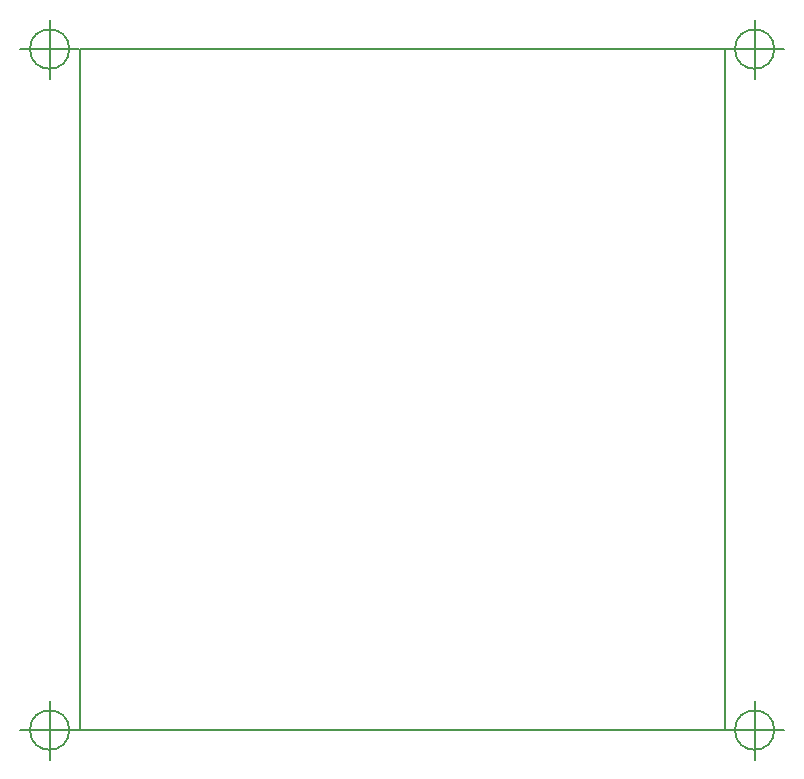
<source format=gbr>
G04 #@! TF.FileFunction,Profile,NP*
%FSLAX46Y46*%
G04 Gerber Fmt 4.6, Leading zero omitted, Abs format (unit mm)*
G04 Created by KiCad (PCBNEW no-bzr-product) date 06/20/16 09:14:02*
%MOMM*%
%LPD*%
G01*
G04 APERTURE LIST*
%ADD10C,0.100000*%
%ADD11C,0.150000*%
G04 APERTURE END LIST*
D10*
D11*
X67452666Y-36957000D02*
G75*
G03X67452666Y-36957000I-1666666J0D01*
G01*
X63286000Y-36957000D02*
X68286000Y-36957000D01*
X65786000Y-34457000D02*
X65786000Y-39457000D01*
X127142666Y-36957000D02*
G75*
G03X127142666Y-36957000I-1666666J0D01*
G01*
X122976000Y-36957000D02*
X127976000Y-36957000D01*
X125476000Y-34457000D02*
X125476000Y-39457000D01*
X67452666Y-94615000D02*
G75*
G03X67452666Y-94615000I-1666666J0D01*
G01*
X63286000Y-94615000D02*
X68286000Y-94615000D01*
X65786000Y-92115000D02*
X65786000Y-97115000D01*
X127142666Y-94615000D02*
G75*
G03X127142666Y-94615000I-1666666J0D01*
G01*
X122976000Y-94615000D02*
X127976000Y-94615000D01*
X125476000Y-92115000D02*
X125476000Y-97115000D01*
X68326000Y-36957000D02*
X68326000Y-94615000D01*
X122936000Y-94615000D02*
X122936000Y-36957000D01*
X122936000Y-36957000D02*
X68326000Y-36957000D01*
X68326000Y-94615000D02*
X122936000Y-94615000D01*
M02*

</source>
